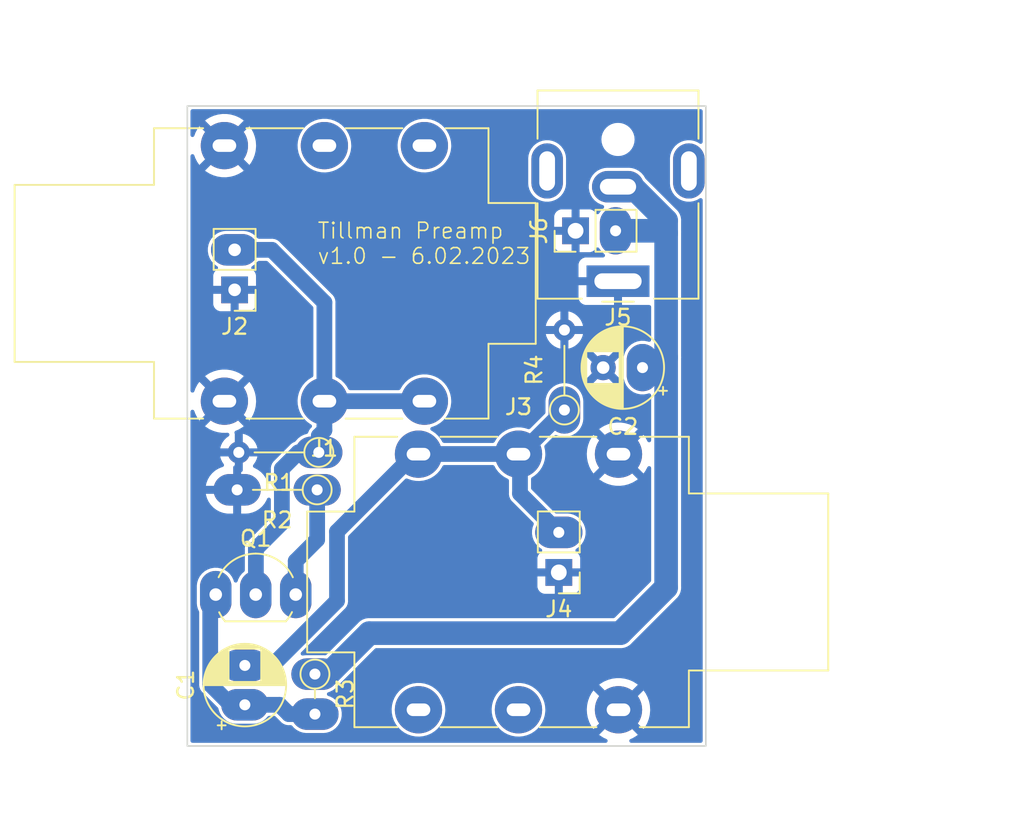
<source format=kicad_pcb>
(kicad_pcb (version 20211014) (generator pcbnew)
  (layers (0 "F.Cu" signal) (31 "B.Cu" signal) (34 "B.Paste" user) (35 "F.Paste" user) (36 "B.SilkS" user "B.Silkscreen") (37 "F.SilkS" user "F.Silkscreen") (38 "B.Mask" user) (39 "F.Mask" user) (44 "Edge.Cuts" user))
  (net 0 "")
  (net 1 "GND")
  (net 2 "+9V")
  (net 3 "Net-(C1-Pad1)")
  (net 4 "Net-(C1-Pad2)")
  (net 5 "Net-(J1-PadR)")
  (net 8 "Net-(Q1-Pad3)")
  (footprint "Connector_Audio:Jack_6.35mm_Neutrik_NMJ6HFD2-AU_Horizontal" (layer "F.Cu") (at 111.1504 99.7712 180)
    (fp_text reference "J1" (at 6.35 -3) (layer "F.SilkS"))
    (fp_text value "AudioJack3_Switch")
    (fp_line (start -4.07 3.645) (end -4.07 -1.105) (layer "F.SilkS") (width 0.12))
    (fp_line (start 17.17 2.495) (end 26.02 2.495) (layer "F.SilkS") (width 0.12))
    (fp_line (start -7.07 12.585) (end -4.07 12.585) (layer "F.SilkS") (width 0.12))
    (fp_line (start -4.07 17.335) (end -4.07 12.585) (layer "F.SilkS") (width 0.12))
    (fp_line (start -4.07 -1.105) (end -1.35 -1.105) (layer "F.SilkS") (width 0.12))
    (fp_line (start 17.17 17.335) (end 14.05 17.335) (layer "F.SilkS") (width 0.12))
    (fp_line (start 11.3 17.335) (end 7.7 17.335) (layer "F.SilkS") (width 0.12))
    (fp_line (start -7.07 3.645) (end -4.07 3.645) (layer "F.SilkS") (width 0.12))
    (fp_line (start 17.17 13.735) (end 26.02 13.735) (layer "F.SilkS") (width 0.12))
    (fp_line (start 17.17 17.335) (end 17.17 13.735) (layer "F.SilkS") (width 0.12))
    (fp_line (start 26.02 13.735) (end 26.02 2.495) (layer "F.SilkS") (width 0.12))
    (fp_line (start 7.7 -1.105) (end 11.3 -1.105) (layer "F.SilkS") (width 0.12))
    (fp_line (start -1.35 17.335) (end -4.07 17.335) (layer "F.SilkS") (width 0.12))
    (fp_line (start 17.17 2.495) (end 17.17 -1.105) (layer "F.SilkS") (width 0.12))
    (fp_line (start 17.17 -1.105) (end 14.05 -1.105) (layer "F.SilkS") (width 0.12))
    (fp_line (start 1.4 -1.105) (end 5 -1.105) (layer "F.SilkS") (width 0.12))
    (fp_line (start 5 17.335) (end 1.4 17.335) (layer "F.SilkS") (width 0.12))
    (fp_line (start -7.07 12.545) (end -7.07 3.645) (layer "F.SilkS") (width 0.12))
    (pad "R" thru_hole circle (at 6.35 0 180) (size 3 3) (drill oval 1.5 0.8) (layers *.Cu *.Mask) (net 5 "Net-(J1-PadR)"))
    (pad "RN" thru_hole circle (at 6.35 16.23 180) (size 3 3) (drill oval 1.5 0.8) (layers *.Cu *.Mask))
    (pad "S" thru_hole circle (at 12.7 0 180) (size 3 3) (drill oval 1.5 0.8) (layers *.Cu *.Mask) (net 1 "GND"))
    (pad "SN" thru_hole circle (at 12.7 16.23 180) (size 3 3) (drill oval 1.5 0.8) (layers *.Cu *.Mask) (net 1 "GND"))
    (pad "T" thru_hole circle (at 0 0 180) (size 3 3) (drill oval 1.5 0.8) (layers *.Cu *.Mask) (net 5 "Net-(J1-PadR)"))
    (pad "TN" thru_hole circle (at 0 16.23 180) (size 3 3) (drill oval 1.5 0.8) (layers *.Cu *.Mask))
  )
  (footprint "Connector_PinHeader_2.54mm:PinHeader_1x02_P2.54mm_Vertical" (layer "F.Cu") (at 120.75 88.95 90)
    (fp_text reference "J6" (at 0 -2.33 90) (layer "F.SilkS"))
    (fp_text value "9V")
    (fp_line (start -1.33 3.87) (end 1.33 3.87) (layer "F.SilkS") (width 0.12))
    (fp_line (start -1.33 0) (end -1.33 -1.33) (layer "F.SilkS") (width 0.12))
    (fp_line (start 1.33 1.27) (end 1.33 3.87) (layer "F.SilkS") (width 0.12))
    (fp_line (start -1.33 1.27) (end -1.33 3.87) (layer "F.SilkS") (width 0.12))
    (fp_line (start -1.33 -1.33) (end 0 -1.33) (layer "F.SilkS") (width 0.12))
    (fp_line (start -1.33 1.27) (end 1.33 1.27) (layer "F.SilkS") (width 0.12))
    (pad "1" thru_hole rect (at 0 0 90) (size 1.7 1.7) (drill 1) (layers *.Cu *.Mask) (net 1 "GND"))
    (pad "2" thru_hole oval (at 0 2.54 90) (size 3 2) (drill 0.7) (layers *.Cu *.Mask) (net 2 "+9V"))
  )
  (footprint "Resistor_THT:R_Axial_DIN0204_L3.6mm_D1.6mm_P2.54mm_Vertical" (layer "F.Cu") (at 104.2 117.1 -90)
    (fp_text reference "R3" (at 1.27 -1.92 -90) (layer "F.SilkS"))
    (fp_text value "6.8k")
    (fp_line (start 0.92 0) (end 1.54 0) (layer "F.SilkS") (width 0.12))
    (fp_circle (center 0 0) (end 0.92 0) (layer "F.SilkS") (width 0.12) (fill none))
    (pad "1" thru_hole oval (at 0 0) (size 3 2) (drill 0.7) (layers *.Cu *.Mask) (net 2 "+9V"))
    (pad "2" thru_hole oval (at 2.54 0) (size 3 2) (drill 0.7) (layers *.Cu *.Mask) (net 3 "Net-(C1-Pad1)"))
  )
  (footprint "Resistor_THT:R_Axial_DIN0204_L3.6mm_D1.6mm_P5.08mm_Vertical" (layer "F.Cu") (at 104.34 105.4 180)
    (fp_text reference "R2" (at 2.54 -1.92) (layer "F.SilkS"))
    (fp_text value "2k2")
    (fp_line (start 0.92 0) (end 4.08 0) (layer "F.SilkS") (width 0.12))
    (fp_circle (center 0 0) (end 0.92 0) (layer "F.SilkS") (width 0.12) (fill none))
    (pad "1" thru_hole oval (at 0 0 180) (size 3 2) (drill 0.7) (layers *.Cu *.Mask) (net 8 "Net-(Q1-Pad3)"))
    (pad "2" thru_hole oval (at 5.08 0 180) (size 3 2) (drill 0.7) (layers *.Cu *.Mask) (net 1 "GND"))
  )
  (footprint "Connector_BarrelJack:BarrelJack_CUI_PJ-063AH_Horizontal" (layer "F.Cu") (at 123.444 92.1512 180)
    (fp_text reference "J5" (at 0 -2.3) (layer "F.SilkS"))
    (fp_text value "Barrel_Jack")
    (fp_line (start 2.3 -1.11) (end 5.11 -1.11) (layer "F.SilkS") (width 0.12))
    (fp_line (start -5.11 12.11) (end -5.11 9.05) (layer "F.SilkS") (width 0.12))
    (fp_line (start 5.11 -1.11) (end 5.11 4.95) (layer "F.SilkS") (width 0.12))
    (fp_line (start 5.11 9.05) (end 5.11 12.11) (layer "F.SilkS") (width 0.12))
    (fp_line (start -5.11 -1.11) (end -2.3 -1.11) (layer "F.SilkS") (width 0.12))
    (fp_line (start -5.11 4.95) (end -5.11 -1.11) (layer "F.SilkS") (width 0.12))
    (fp_line (start -1 -1.3) (end 1 -1.3) (layer "F.SilkS") (width 0.12))
    (fp_line (start 5.11 12.11) (end -5.11 12.11) (layer "F.SilkS") (width 0.12))
    (pad "" np_thru_hole circle (at 0 9 180) (size 1.6 1.6) (drill 1.6) (layers *.Cu *.Mask))
    (pad "1" thru_hole rect (at 0 0 180) (size 4 2) (drill oval 3 1) (layers *.Cu *.Mask) (net 1 "GND"))
    (pad "2" thru_hole oval (at 0 6 180) (size 3.3 2) (drill oval 2.3 1) (layers *.Cu *.Mask) (net 2 "+9V"))
    (pad "MP" thru_hole oval (at -4.5 7 180) (size 2 3.5) (drill oval 1 2.5) (layers *.Cu *.Mask))
    (pad "MP" thru_hole oval (at 4.5 7 180) (size 2 3.5) (drill oval 1 2.5) (layers *.Cu *.Mask))
  )
  (footprint "Resistor_THT:R_Axial_DIN0204_L3.6mm_D1.6mm_P5.08mm_Vertical" (layer "F.Cu") (at 104.4448 103.0224 180)
    (fp_text reference "R1" (at 2.54 -1.92) (layer "F.SilkS"))
    (fp_text value "3M")
    (fp_line (start 0.92 0) (end 4.08 0) (layer "F.SilkS") (width 0.12))
    (fp_circle (center 0 0) (end 0.92 0) (layer "F.SilkS") (width 0.12) (fill none))
    (pad "1" thru_hole oval (at 0 0 180) (size 3 2) (drill 0.7) (layers *.Cu *.Mask) (net 5 "Net-(J1-PadR)"))
    (pad "2" thru_hole oval (at 5.08 0 180) (size 1.4 1.4) (drill 0.7) (layers *.Cu *.Mask) (net 1 "GND"))
  )
  (footprint "Capacitor_THT:CP_Radial_D5.0mm_P2.50mm" (layer "F.Cu") (at 99.75 119.05 90)
    (fp_text reference "C1" (at 1.25 -3.75 90) (layer "F.SilkS"))
    (fp_text value "4.7u")
    (fp_line (start 1.61 1.04) (end 1.61 2.556) (layer "F.SilkS") (width 0.12))
    (fp_line (start 3.331 1.04) (end 3.331 1.554) (layer "F.SilkS") (width 0.12))
    (fp_line (start 1.65 -2.55) (end 1.65 -1.04) (layer "F.SilkS") (width 0.12))
    (fp_line (start 3.691 -0.915) (end 3.691 0.915) (layer "F.SilkS") (width 0.12))
    (fp_line (start 1.89 1.04) (end 1.89 2.501) (layer "F.SilkS") (width 0.12))
    (fp_line (start 3.091 -1.826) (end 3.091 -1.04) (layer "F.SilkS") (width 0.12))
    (fp_line (start 1.69 -2.543) (end 1.69 -1.04) (layer "F.SilkS") (width 0.12))
    (fp_line (start 3.611 -1.098) (end 3.611 1.098) (layer "F.SilkS") (width 0.12))
    (fp_line (start 3.051 -1.864) (end 3.051 -1.04) (layer "F.SilkS") (width 0.12))
    (fp_line (start 1.69 1.04) (end 1.69 2.543) (layer "F.SilkS") (width 0.12))
    (fp_line (start 2.291 -2.365) (end 2.291 -1.04) (layer "F.SilkS") (width 0.12))
    (fp_line (start 2.491 -2.268) (end 2.491 -1.04) (layer "F.SilkS") (width 0.12))
    (fp_line (start 2.531 1.04) (end 2.531 2.247) (layer "F.SilkS") (width 0.12))
    (fp_line (start 1.85 -2.511) (end 1.85 -1.04) (layer "F.SilkS") (width 0.12))
    (fp_line (start 1.93 1.04) (end 1.93 2.491) (layer "F.SilkS") (width 0.12))
    (fp_line (start 2.211 -2.398) (end 2.211 -1.04) (layer "F.SilkS") (width 0.12))
    (fp_line (start 3.491 -1.319) (end 3.491 -1.04) (layer "F.SilkS") (width 0.12))
    (fp_line (start 3.171 -1.743) (end 3.171 -1.04) (layer "F.SilkS") (width 0.12))
    (fp_line (start 2.331 1.04) (end 2.331 2.348) (layer "F.SilkS") (width 0.12))
    (fp_line (start 2.051 -2.455) (end 2.051 -1.04) (layer "F.SilkS") (width 0.12))
    (fp_line (start 1.53 -2.565) (end 1.53 -1.04) (layer "F.SilkS") (width 0.12))
    (fp_line (start 1.81 1.04) (end 1.81 2.52) (layer "F.SilkS") (width 0.12))
    (fp_line (start 1.81 -2.52) (end 1.81 -1.04) (layer "F.SilkS") (width 0.12))
    (fp_line (start 1.37 -2.578) (end 1.37 2.578) (layer "F.SilkS") (width 0.12))
    (fp_line (start 1.57 1.04) (end 1.57 2.561) (layer "F.SilkS") (width 0.12))
    (fp_line (start 3.251 -1.653) (end 3.251 -1.04) (layer "F.SilkS") (width 0.12))
    (fp_line (start 2.771 1.04) (end 2.771 2.095) (layer "F.SilkS") (width 0.12))
    (fp_line (start 2.691 1.04) (end 2.691 2.149) (layer "F.SilkS") (width 0.12))
    (fp_line (start 2.291 1.04) (end 2.291 2.365) (layer "F.SilkS") (width 0.12))
    (fp_line (start 3.731 -0.805) (end 3.731 0.805) (layer "F.SilkS") (width 0.12))
    (fp_line (start 3.451 1.04) (end 3.451 1.383) (layer "F.SilkS") (width 0.12))
    (fp_line (start 2.211 1.04) (end 2.211 2.398) (layer "F.SilkS") (width 0.12))
    (fp_line (start 3.131 1.04) (end 3.131 1.785) (layer "F.SilkS") (width 0.12))
    (fp_line (start 1.89 -2.501) (end 1.89 -1.04) (layer "F.SilkS") (width 0.12))
    (fp_line (start 3.571 -1.178) (end 3.571 1.178) (layer "F.SilkS") (width 0.12))
    (fp_line (start 2.691 -2.149) (end 2.691 -1.04) (layer "F.SilkS") (width 0.12))
    (fp_line (start 2.811 1.04) (end 2.811 2.065) (layer "F.SilkS") (width 0.12))
    (fp_line (start 1.49 1.04) (end 1.49 2.569) (layer "F.SilkS") (width 0.12))
    (fp_line (start 2.131 1.04) (end 2.131 2.428) (layer "F.SilkS") (width 0.12))
    (fp_line (start 3.651 -1.011) (end 3.651 1.011) (layer "F.SilkS") (width 0.12))
    (fp_line (start 3.371 1.04) (end 3.371 1.5) (layer "F.SilkS") (width 0.12))
    (fp_line (start 1.49 -2.569) (end 1.49 -1.04) (layer "F.SilkS") (width 0.12))
    (fp_line (start -1.304775 -1.725) (end -1.304775 -1.225) (layer "F.SilkS") (width 0.12))
    (fp_line (start 3.171 1.04) (end 3.171 1.743) (layer "F.SilkS") (width 0.12))
    (fp_line (start 2.011 -2.468) (end 2.011 -1.04) (layer "F.SilkS") (width 0.12))
    (fp_line (start 3.331 -1.554) (end 3.331 -1.04) (layer "F.SilkS") (width 0.12))
    (fp_line (start 2.131 -2.428) (end 2.131 -1.04) (layer "F.SilkS") (width 0.12))
    (fp_line (start 2.731 -2.122) (end 2.731 -1.04) (layer "F.SilkS") (width 0.12))
    (fp_line (start 1.25 -2.58) (end 1.25 2.58) (layer "F.SilkS") (width 0.12))
    (fp_line (start 3.091 1.04) (end 3.091 1.826) (layer "F.SilkS") (width 0.12))
    (fp_line (start 2.931 -1.971) (end 2.931 -1.04) (layer "F.SilkS") (width 0.12))
    (fp_line (start 3.211 -1.699) (end 3.211 -1.04) (layer "F.SilkS") (width 0.12))
    (fp_line (start 1.77 -2.528) (end 1.77 -1.04) (layer "F.SilkS") (width 0.12))
    (fp_line (start -1.554775 -1.475) (end -1.054775 -1.475) (layer "F.SilkS") (width 0.12))
    (fp_line (start 2.371 1.04) (end 2.371 2.329) (layer "F.SilkS") (width 0.12))
    (fp_line (start 2.011 1.04) (end 2.011 2.468) (layer "F.SilkS") (width 0.12))
    (fp_line (start 2.971 1.04) (end 2.971 1.937) (layer "F.SilkS") (width 0.12))
    (fp_line (start 2.331 -2.348) (end 2.331 -1.04) (layer "F.SilkS") (width 0.12))
    (fp_line (start 1.45 -2.573) (end 1.45 2.573) (layer "F.SilkS") (width 0.12))
    (fp_line (start 2.491 1.04) (end 2.491 2.268) (layer "F.SilkS") (width 0.12))
    (fp_line (start 2.891 1.04) (end 2.891 2.004) (layer "F.SilkS") (width 0.12))
    (fp_line (start 3.011 -1.901) (end 3.011 -1.04) (layer "F.SilkS") (width 0.12))
    (fp_line (start 2.651 -2.175) (end 2.651 -1.04) (layer "F.SilkS") (width 0.12))
    (fp_line (start 2.451 1.04) (end 2.451 2.29) (layer "F.SilkS") (width 0.12))
    (fp_line (start 3.411 -1.443) (end 3.411 -1.04) (layer "F.SilkS") (width 0.12))
    (fp_line (start 2.091 -2.442) (end 2.091 -1.04) (layer "F.SilkS") (width 0.12))
    (fp_line (start 3.851 -0.284) (end 3.851 0.284) (layer "F.SilkS") (width 0.12))
    (fp_line (start 3.531 1.04) (end 3.531 1.251) (layer "F.SilkS") (width 0.12))
    (fp_line (start 2.091 1.04) (end 2.091 2.442) (layer "F.SilkS") (width 0.12))
    (fp_line (start 3.771 -0.677) (end 3.771 0.677) (layer "F.SilkS") (width 0.12))
    (fp_line (start 2.171 1.04) (end 2.171 2.414) (layer "F.SilkS") (width 0.12))
    (fp_line (start 2.371 -2.329) (end 2.371 -1.04) (layer "F.SilkS") (width 0.12))
    (fp_line (start 2.451 -2.29) (end 2.451 -1.04) (layer "F.SilkS") (width 0.12))
    (fp_line (start 2.771 -2.095) (end 2.771 -1.04) (layer "F.SilkS") (width 0.12))
    (fp_line (start 2.411 1.04) (end 2.411 2.31) (layer "F.SilkS") (width 0.12))
    (fp_line (start 3.051 1.04) (end 3.051 1.864) (layer "F.SilkS") (width 0.12))
    (fp_line (start 2.731 1.04) (end 2.731 2.122) (layer "F.SilkS") (width 0.12))
    (fp_line (start 2.051 1.04) (end 2.051 2.455) (layer "F.SilkS") (width 0.12))
    (fp_line (start 2.171 -2.414) (end 2.171 -1.04) (layer "F.SilkS") (width 0.12))
    (fp_line (start 2.571 1.04) (end 2.571 2.224) (layer "F.SilkS") (width 0.12))
    (fp_line (start 2.251 -2.382) (end 2.251 -1.04) (layer "F.SilkS") (width 0.12))
    (fp_line (start 1.33 -2.579) (end 1.33 2.579) (layer "F.SilkS") (width 0.12))
    (fp_line (start 3.811 -0.518) (end 3.811 0.518) (layer "F.SilkS") (width 0.12))
    (fp_line (start 2.531 -2.247) (end 2.531 -1.04) (layer "F.SilkS") (width 0.12))
    (fp_line (start 2.611 -2.2) (end 2.611 -1.04) (layer "F.SilkS") (width 0.12))
    (fp_line (start 1.65 1.04) (end 1.65 2.55) (layer "F.SilkS") (width 0.12))
    (fp_line (start 3.291 1.04) (end 3.291 1.605) (layer "F.SilkS") (width 0.12))
    (fp_line (start 1.73 -2.536) (end 1.73 -1.04) (layer "F.SilkS") (width 0.12))
    (fp_line (start 1.971 -2.48) (end 1.971 -1.04) (layer "F.SilkS") (width 0.12))
    (fp_line (start 2.811 -2.065) (end 2.811 -1.04) (layer "F.SilkS") (width 0.12))
    (fp_line (start 3.491 1.04) (end 3.491 1.319) (layer "F.SilkS") (width 0.12))
    (fp_line (start 1.41 -2.576) (end 1.41 2.576) (layer "F.SilkS") (width 0.12))
    (fp_line (start 1.971 1.04) (end 1.971 2.48) (layer "F.SilkS") (width 0.12))
    (fp_line (start 1.93 -2.491) (end 1.93 -1.04) (layer "F.SilkS") (width 0.12))
    (fp_line (start 3.451 -1.383) (end 3.451 -1.04) (layer "F.SilkS") (width 0.12))
    (fp_line (start 1.77 1.04) (end 1.77 2.528) (layer "F.SilkS") (width 0.12))
    (fp_line (start 3.291 -1.605) (end 3.291 -1.04) (layer "F.SilkS") (width 0.12))
    (fp_line (start 1.53 1.04) (end 1.53 2.565) (layer "F.SilkS") (width 0.12))
    (fp_line (start 2.851 -2.035) (end 2.851 -1.04) (layer "F.SilkS") (width 0.12))
    (fp_line (start 1.61 -2.556) (end 1.61 -1.04) (layer "F.SilkS") (width 0.12))
    (fp_line (start 1.85 1.04) (end 1.85 2.511) (layer "F.SilkS") (width 0.12))
    (fp_line (start 2.411 -2.31) (end 2.411 -1.04) (layer "F.SilkS") (width 0.12))
    (fp_line (start 3.411 1.04) (end 3.411 1.443) (layer "F.SilkS") (width 0.12))
    (fp_line (start 2.931 1.04) (end 2.931 1.971) (layer "F.SilkS") (width 0.12))
    (fp_line (start 3.251 1.04) (end 3.251 1.653) (layer "F.SilkS") (width 0.12))
    (fp_line (start 3.131 -1.785) (end 3.131 -1.04) (layer "F.SilkS") (width 0.12))
    (fp_line (start 2.851 1.04) (end 2.851 2.035) (layer "F.SilkS") (width 0.12))
    (fp_line (start 1.29 -2.58) (end 1.29 2.58) (layer "F.SilkS") (width 0.12))
    (fp_line (start 2.651 1.04) (end 2.651 2.175) (layer "F.SilkS") (width 0.12))
    (fp_line (start 2.611 1.04) (end 2.611 2.2) (layer "F.SilkS") (width 0.12))
    (fp_line (start 1.57 -2.561) (end 1.57 -1.04) (layer "F.SilkS") (width 0.12))
    (fp_line (start 1.73 1.04) (end 1.73 2.536) (layer "F.SilkS") (width 0.12))
    (fp_line (start 2.971 -1.937) (end 2.971 -1.04) (layer "F.SilkS") (width 0.12))
    (fp_line (start 2.251 1.04) (end 2.251 2.382) (layer "F.SilkS") (width 0.12))
    (fp_line (start 2.891 -2.004) (end 2.891 -1.04) (layer "F.SilkS") (width 0.12))
    (fp_line (start 3.011 1.04) (end 3.011 1.901) (layer "F.SilkS") (width 0.12))
    (fp_line (start 3.211 1.04) (end 3.211 1.699) (layer "F.SilkS") (width 0.12))
    (fp_line (start 3.371 -1.5) (end 3.371 -1.04) (layer "F.SilkS") (width 0.12))
    (fp_line (start 2.571 -2.224) (end 2.571 -1.04) (layer "F.SilkS") (width 0.12))
    (fp_line (start 3.531 -1.251) (end 3.531 -1.04) (layer "F.SilkS") (width 0.12))
    (fp_circle (center 1.25 0) (end 3.87 0) (layer "F.SilkS") (width 0.12) (fill none))
    (pad "1" thru_hole oval (at 0 0 180) (size 3 2) (drill 0.7) (layers *.Cu *.Mask) (net 3 "Net-(C1-Pad1)"))
    (pad "2" thru_hole oval (at 2.5 0 180) (size 3 2) (drill 0.7) (layers *.Cu *.Mask) (net 4 "Net-(C1-Pad2)"))
  )
  (footprint "Resistor_THT:R_Axial_DIN0204_L3.6mm_D1.6mm_P5.08mm_Vertical" (layer "F.Cu") (at 120.0404 100.33 90)
    (fp_text reference "R4" (at 2.54 -1.92 90) (layer "F.SilkS"))
    (fp_text value "51k")
    (fp_line (start 0.92 0) (end 4.08 0) (layer "F.SilkS") (width 0.12))
    (fp_circle (center 0 0) (end 0.92 0) (layer "F.SilkS") (width 0.12) (fill none))
    (pad "1" thru_hole oval (at 0 0 90) (size 3 2) (drill 0.7) (layers *.Cu *.Mask) (net 4 "Net-(C1-Pad2)"))
    (pad "2" thru_hole oval (at 5.08 0 90) (size 1.4 1.4) (drill 0.7) (layers *.Cu *.Mask) (net 1 "GND"))
  )
  (footprint "Connector_PinHeader_2.54mm:PinHeader_1x02_P2.54mm_Vertical" (layer "F.Cu") (at 119.6848 110.6424 180)
    (fp_text reference "J4" (at 0 -2.33) (layer "F.SilkS"))
    (fp_text value "Output Signal")
    (fp_line (start -1.33 0) (end -1.33 -1.33) (layer "F.SilkS") (width 0.12))
    (fp_line (start 1.33 1.27) (end 1.33 3.87) (layer "F.SilkS") (width 0.12))
    (fp_line (start -1.33 -1.33) (end 0 -1.33) (layer "F.SilkS") (width 0.12))
    (fp_line (start -1.33 3.87) (end 1.33 3.87) (layer "F.SilkS") (width 0.12))
    (fp_line (start -1.33 1.27) (end -1.33 3.87) (layer "F.SilkS") (width 0.12))
    (fp_line (start -1.33 1.27) (end 1.33 1.27) (layer "F.SilkS") (width 0.12))
    (pad "1" thru_hole rect (at 0 0 180) (size 1.7 1.7) (drill 1) (layers *.Cu *.Mask) (net 1 "GND"))
    (pad "2" thru_hole oval (at 0 2.54 180) (size 3 2) (drill 0.7) (layers *.Cu *.Mask) (net 4 "Net-(C1-Pad2)"))
  )
  (footprint "Capacitor_THT:CP_Radial_D5.0mm_P2.50mm" (layer "F.Cu") (at 125 97.6376 180)
    (fp_text reference "C2" (at 1.25 -3.75 180) (layer "F.SilkS"))
    (fp_text value "10u")
    (fp_line (start 1.81 -2.52) (end 1.81 -1.04) (layer "F.SilkS") (width 0.12))
    (fp_line (start 3.011 -1.901) (end 3.011 -1.04) (layer "F.SilkS") (width 0.12))
    (fp_line (start 2.651 1.04) (end 2.651 2.175) (layer "F.SilkS") (width 0.12))
    (fp_line (start 2.971 1.04) (end 2.971 1.937) (layer "F.SilkS") (width 0.12))
    (fp_line (start 1.37 -2.578) (end 1.37 2.578) (layer "F.SilkS") (width 0.12))
    (fp_line (start 2.131 1.04) (end 2.131 2.428) (layer "F.SilkS") (width 0.12))
    (fp_line (start 3.291 -1.605) (end 3.291 -1.04) (layer "F.SilkS") (width 0.12))
    (fp_line (start 3.211 1.04) (end 3.211 1.699) (layer "F.SilkS") (width 0.12))
    (fp_line (start 3.091 1.04) (end 3.091 1.826) (layer "F.SilkS") (width 0.12))
    (fp_line (start 3.371 1.04) (end 3.371 1.5) (layer "F.SilkS") (width 0.12))
    (fp_line (start 2.891 1.04) (end 2.891 2.004) (layer "F.SilkS") (width 0.12))
    (fp_line (start 2.851 1.04) (end 2.851 2.035) (layer "F.SilkS") (width 0.12))
    (fp_line (start 2.211 -2.398) (end 2.211 -1.04) (layer "F.SilkS") (width 0.12))
    (fp_line (start 3.211 -1.699) (end 3.211 -1.04) (layer "F.SilkS") (width 0.12))
    (fp_line (start 3.691 -0.915) (end 3.691 0.915) (layer "F.SilkS") (width 0.12))
    (fp_line (start 3.331 -1.554) (end 3.331 -1.04) (layer "F.SilkS") (width 0.12))
    (fp_line (start -1.554775 -1.475) (end -1.054775 -1.475) (layer "F.SilkS") (width 0.12))
    (fp_line (start 3.051 1.04) (end 3.051 1.864) (layer "F.SilkS") (width 0.12))
    (fp_line (start 1.49 -2.569) (end 1.49 -1.04) (layer "F.SilkS") (width 0.12))
    (fp_line (start 1.81 1.04) (end 1.81 2.52) (layer "F.SilkS") (width 0.12))
    (fp_line (start 2.531 -2.247) (end 2.531 -1.04) (layer "F.SilkS") (width 0.12))
    (fp_line (start 1.25 -2.58) (end 1.25 2.58) (layer "F.SilkS") (width 0.12))
    (fp_line (start 2.011 -2.468) (end 2.011 -1.04) (layer "F.SilkS") (width 0.12))
    (fp_line (start 1.73 -2.536) (end 1.73 -1.04) (layer "F.SilkS") (width 0.12))
    (fp_line (start 1.69 -2.543) (end 1.69 -1.04) (layer "F.SilkS") (width 0.12))
    (fp_line (start 2.331 1.04) (end 2.331 2.348) (layer "F.SilkS") (width 0.12))
    (fp_line (start 2.771 1.04) (end 2.771 2.095) (layer "F.SilkS") (width 0.12))
    (fp_line (start 3.251 -1.653) (end 3.251 -1.04) (layer "F.SilkS") (width 0.12))
    (fp_line (start 3.331 1.04) (end 3.331 1.554) (layer "F.SilkS") (width 0.12))
    (fp_line (start 3.731 -0.805) (end 3.731 0.805) (layer "F.SilkS") (width 0.12))
    (fp_line (start 3.611 -1.098) (end 3.611 1.098) (layer "F.SilkS") (width 0.12))
    (fp_line (start 3.851 -0.284) (end 3.851 0.284) (layer "F.SilkS") (width 0.12))
    (fp_line (start 2.091 1.04) (end 2.091 2.442) (layer "F.SilkS") (width 0.12))
    (fp_line (start 1.77 -2.528) (end 1.77 -1.04) (layer "F.SilkS") (width 0.12))
    (fp_line (start 2.611 -2.2) (end 2.611 -1.04) (layer "F.SilkS") (width 0.12))
    (fp_line (start 2.411 1.04) (end 2.411 2.31) (layer "F.SilkS") (width 0.12))
    (fp_line (start 2.931 -1.971) (end 2.931 -1.04) (layer "F.SilkS") (width 0.12))
    (fp_line (start 1.89 1.04) (end 1.89 2.501) (layer "F.SilkS") (width 0.12))
    (fp_line (start -1.304775 -1.725) (end -1.304775 -1.225) (layer "F.SilkS") (width 0.12))
    (fp_line (start 2.171 1.04) (end 2.171 2.414) (layer "F.SilkS") (width 0.12))
    (fp_line (start 2.251 1.04) (end 2.251 2.382) (layer "F.SilkS") (width 0.12))
    (fp_line (start 2.451 1.04) (end 2.451 2.29) (layer "F.SilkS") (width 0.12))
    (fp_line (start 3.451 1.04) (end 3.451 1.383) (layer "F.SilkS") (width 0.12))
    (fp_line (start 1.85 1.04) (end 1.85 2.511) (layer "F.SilkS") (width 0.12))
    (fp_line (start 3.131 -1.785) (end 3.131 -1.04) (layer "F.SilkS") (width 0.12))
    (fp_line (start 1.57 1.04) (end 1.57 2.561) (layer "F.SilkS") (width 0.12))
    (fp_line (start 1.65 -2.55) (end 1.65 -1.04) (layer "F.SilkS") (width 0.12))
    (fp_line (start 1.49 1.04) (end 1.49 2.569) (layer "F.SilkS") (width 0.12))
    (fp_line (start 2.811 1.04) (end 2.811 2.065) (layer "F.SilkS") (width 0.12))
    (fp_line (start 2.731 1.04) (end 2.731 2.122) (layer "F.SilkS") (width 0.12))
    (fp_line (start 3.131 1.04) (end 3.131 1.785) (layer "F.SilkS") (width 0.12))
    (fp_line (start 2.291 -2.365) (end 2.291 -1.04) (layer "F.SilkS") (width 0.12))
    (fp_line (start 2.331 -2.348) (end 2.331 -1.04) (layer "F.SilkS") (width 0.12))
    (fp_line (start 2.211 1.04) (end 2.211 2.398) (layer "F.SilkS") (width 0.12))
    (fp_line (start 2.411 -2.31) (end 2.411 -1.04) (layer "F.SilkS") (width 0.12))
    (fp_line (start 2.611 1.04) (end 2.611 2.2) (layer "F.SilkS") (width 0.12))
    (fp_line (start 2.931 1.04) (end 2.931 1.971) (layer "F.SilkS") (width 0.12))
    (fp_line (start 3.371 -1.5) (end 3.371 -1.04) (layer "F.SilkS") (width 0.12))
    (fp_line (start 1.73 1.04) (end 1.73 2.536) (layer "F.SilkS") (width 0.12))
    (fp_line (start 2.011 1.04) (end 2.011 2.468) (layer "F.SilkS") (width 0.12))
    (fp_line (start 1.53 -2.565) (end 1.53 -1.04) (layer "F.SilkS") (width 0.12))
    (fp_line (start 3.771 -0.677) (end 3.771 0.677) (layer "F.SilkS") (width 0.12))
    (fp_line (start 2.771 -2.095) (end 2.771 -1.04) (layer "F.SilkS") (width 0.12))
    (fp_line (start 2.371 1.04) (end 2.371 2.329) (layer "F.SilkS") (width 0.12))
    (fp_line (start 1.41 -2.576) (end 1.41 2.576) (layer "F.SilkS") (width 0.12))
    (fp_line (start 3.531 1.04) (end 3.531 1.251) (layer "F.SilkS") (width 0.12))
    (fp_line (start 3.291 1.04) (end 3.291 1.605) (layer "F.SilkS") (width 0.12))
    (fp_line (start 3.811 -0.518) (end 3.811 0.518) (layer "F.SilkS") (width 0.12))
    (fp_line (start 3.411 1.04) (end 3.411 1.443) (layer "F.SilkS") (width 0.12))
    (fp_line (start 2.051 1.04) (end 2.051 2.455) (layer "F.SilkS") (width 0.12))
    (fp_line (start 1.57 -2.561) (end 1.57 -1.04) (layer "F.SilkS") (width 0.12))
    (fp_line (start 2.371 -2.329) (end 2.371 -1.04) (layer "F.SilkS") (width 0.12))
    (fp_line (start 1.45 -2.573) (end 1.45 2.573) (layer "F.SilkS") (width 0.12))
    (fp_line (start 2.651 -2.175) (end 2.651 -1.04) (layer "F.SilkS") (width 0.12))
    (fp_line (start 3.651 -1.011) (end 3.651 1.011) (layer "F.SilkS") (width 0.12))
    (fp_line (start 3.491 1.04) (end 3.491 1.319) (layer "F.SilkS") (width 0.12))
    (fp_line (start 1.971 1.04) (end 1.971 2.48) (layer "F.SilkS") (width 0.12))
    (fp_line (start 3.051 -1.864) (end 3.051 -1.04) (layer "F.SilkS") (width 0.12))
    (fp_line (start 1.93 -2.491) (end 1.93 -1.04) (layer "F.SilkS") (width 0.12))
    (fp_line (start 1.89 -2.501) (end 1.89 -1.04) (layer "F.SilkS") (width 0.12))
    (fp_line (start 1.93 1.04) (end 1.93 2.491) (layer "F.SilkS") (width 0.12))
    (fp_line (start 1.65 1.04) (end 1.65 2.55) (layer "F.SilkS") (width 0.12))
    (fp_line (start 2.691 -2.149) (end 2.691 -1.04) (layer "F.SilkS") (width 0.12))
    (fp_line (start 2.251 -2.382) (end 2.251 -1.04) (layer "F.SilkS") (width 0.12))
    (fp_line (start 3.251 1.04) (end 3.251 1.653) (layer "F.SilkS") (width 0.12))
    (fp_line (start 2.491 1.04) (end 2.491 2.268) (layer "F.SilkS") (width 0.12))
    (fp_line (start 2.851 -2.035) (end 2.851 -1.04) (layer "F.SilkS") (width 0.12))
    (fp_line (start 2.571 -2.224) (end 2.571 -1.04) (layer "F.SilkS") (width 0.12))
    (fp_line (start 2.491 -2.268) (end 2.491 -1.04) (layer "F.SilkS") (width 0.12))
    (fp_line (start 2.091 -2.442) (end 2.091 -1.04) (layer "F.SilkS") (width 0.12))
    (fp_line (start 2.451 -2.29) (end 2.451 -1.04) (layer "F.SilkS") (width 0.12))
    (fp_line (start 2.811 -2.065) (end 2.811 -1.04) (layer "F.SilkS") (width 0.12))
    (fp_line (start 2.731 -2.122) (end 2.731 -1.04) (layer "F.SilkS") (width 0.12))
    (fp_line (start 1.85 -2.511) (end 1.85 -1.04) (layer "F.SilkS") (width 0.12))
    (fp_line (start 3.451 -1.383) (end 3.451 -1.04) (layer "F.SilkS") (width 0.12))
    (fp_line (start 2.291 1.04) (end 2.291 2.365) (layer "F.SilkS") (width 0.12))
    (fp_line (start 2.051 -2.455) (end 2.051 -1.04) (layer "F.SilkS") (width 0.12))
    (fp_line (start 1.69 1.04) (end 1.69 2.543) (layer "F.SilkS") (width 0.12))
    (fp_line (start 3.491 -1.319) (end 3.491 -1.04) (layer "F.SilkS") (width 0.12))
    (fp_line (start 1.61 1.04) (end 1.61 2.556) (layer "F.SilkS") (width 0.12))
    (fp_line (start 2.131 -2.428) (end 2.131 -1.04) (layer "F.SilkS") (width 0.12))
    (fp_line (start 1.971 -2.48) (end 1.971 -1.04) (layer "F.SilkS") (width 0.12))
    (fp_line (start 3.091 -1.826) (end 3.091 -1.04) (layer "F.SilkS") (width 0.12))
    (fp_line (start 3.171 1.04) (end 3.171 1.743) (layer "F.SilkS") (width 0.12))
    (fp_line (start 3.531 -1.251) (end 3.531 -1.04) (layer "F.SilkS") (width 0.12))
    (fp_line (start 2.891 -2.004) (end 2.891 -1.04) (layer "F.SilkS") (width 0.12))
    (fp_line (start 2.531 1.04) (end 2.531 2.247) (layer "F.SilkS") (width 0.12))
    (fp_line (start 1.61 -2.556) (end 1.61 -1.04) (layer "F.SilkS") (width 0.12))
    (fp_line (start 3.011 1.04) (end 3.011 1.901) (layer "F.SilkS") (width 0.12))
    (fp_line (start 2.971 -1.937) (end 2.971 -1.04) (layer "F.SilkS") (width 0.12))
    (fp_line (start 1.53 1.04) (end 1.53 2.565) (layer "F.SilkS") (width 0.12))
    (fp_line (start 3.411 -1.443) (end 3.411 -1.04) (layer "F.SilkS") (width 0.12))
    (fp_line (start 2.691 1.04) (end 2.691 2.149) (layer "F.SilkS") (width 0.12))
    (fp_line (start 3.571 -1.178) (end 3.571 1.178) (layer "F.SilkS") (width 0.12))
    (fp_line (start 1.77 1.04) (end 1.77 2.528) (layer "F.SilkS") (width 0.12))
    (fp_line (start 2.571 1.04) (end 2.571 2.224) (layer "F.SilkS") (width 0.12))
    (fp_line (start 1.29 -2.58) (end 1.29 2.58) (layer "F.SilkS") (width 0.12))
    (fp_line (start 1.33 -2.579) (end 1.33 2.579) (layer "F.SilkS") (width 0.12))
    (fp_line (start 3.171 -1.743) (end 3.171 -1.04) (layer "F.SilkS") (width 0.12))
    (fp_line (start 2.171 -2.414) (end 2.171 -1.04) (layer "F.SilkS") (width 0.12))
    (fp_circle (center 1.25 0) (end 3.87 0) (layer "F.SilkS") (width 0.12) (fill none))
    (pad "1" thru_hole oval (at 0 0 270) (size 3 2) (drill 0.7) (layers *.Cu *.Mask) (net 2 "+9V"))
    (pad "2" thru_hole circle (at 2.5 0 180) (size 1.6 1.6) (drill 0.8) (layers *.Cu *.Mask) (net 1 "GND"))
  )
  (footprint "Package_TO_SOT_THT:TO-92L_Inline_Wide" (layer "F.Cu") (at 97.9 112.05)
    (fp_text reference "Q1" (at 2.54 -3.56) (layer "F.SilkS"))
    (fp_text value "Q_NJFET_DGS")
    (fp_line (start 0.6 1.7) (end 4.45 1.7) (layer "F.SilkS") (width 0.12))
    (fp_arc (start 0.1836 -1.098807) (mid 1.143021 -2.192817) (end 2.54 -2.6) (layer "F.SilkS") (width 0.12))
    (fp_arc (start 4.842383 1.112264) (mid 4.666594 1.419753) (end 4.45 1.7) (layer "F.SilkS") (width 0.12))
    (fp_arc (start 2.54 -2.6) (mid 3.936979 -2.192818) (end 4.8964 -1.098807) (layer "F.SilkS") (width 0.12))
    (fp_arc (start 0.6 1.7) (mid 0.389183 1.423933) (end 0.217369 1.122045) (layer "F.SilkS") (width 0.12))
    (pad "1" thru_hole oval (at 0 0 90) (size 3 2) (drill 0.8) (layers *.Cu *.Mask) (net 3 "Net-(C1-Pad1)"))
    (pad "2" thru_hole oval (at 2.54 0 90) (size 3 2) (drill 0.8) (layers *.Cu *.Mask) (net 5 "Net-(J1-PadR)"))
    (pad "3" thru_hole oval (at 5.08 0 90) (size 3 2) (drill 0.8) (layers *.Cu *.Mask) (net 8 "Net-(Q1-Pad3)"))
  )
  (footprint "Connector_Audio:Jack_6.35mm_Neutrik_NMJ6HFD2-AU_Horizontal" (layer "F.Cu") (at 110.775 103.135)
    (fp_text reference "J3" (at 6.35 -3) (layer "F.SilkS"))
    (fp_text value "AudioJack3_Switch")
    (fp_line (start -4.07 3.645) (end -4.07 -1.105) (layer "F.SilkS") (width 0.12))
    (fp_line (start 17.17 2.495) (end 26.02 2.495) (layer "F.SilkS") (width 0.12))
    (fp_line (start -7.07 12.585) (end -4.07 12.585) (layer "F.SilkS") (width 0.12))
    (fp_line (start -4.07 17.335) (end -4.07 12.585) (layer "F.SilkS") (width 0.12))
    (fp_line (start -4.07 -1.105) (end -1.35 -1.105) (layer "F.SilkS") (width 0.12))
    (fp_line (start 17.17 17.335) (end 14.05 17.335) (layer "F.SilkS") (width 0.12))
    (fp_line (start 11.3 17.335) (end 7.7 17.335) (layer "F.SilkS") (width 0.12))
    (fp_line (start -7.07 3.645) (end -4.07 3.645) (layer "F.SilkS") (width 0.12))
    (fp_line (start 17.17 13.735) (end 26.02 13.735) (layer "F.SilkS") (width 0.12))
    (fp_line (start 17.17 17.335) (end 17.17 13.735) (layer "F.SilkS") (width 0.12))
    (fp_line (start 26.02 13.735) (end 26.02 2.495) (layer "F.SilkS") (width 0.12))
    (fp_line (start 7.7 -1.105) (end 11.3 -1.105) (layer "F.SilkS") (width 0.12))
    (fp_line (start -1.35 17.335) (end -4.07 17.335) (layer "F.SilkS") (width 0.12))
    (fp_line (start 17.17 2.495) (end 17.17 -1.105) (layer "F.SilkS") (width 0.12))
    (fp_line (start 17.17 -1.105) (end 14.05 -1.105) (layer "F.SilkS") (width 0.12))
    (fp_line (start 1.4 -1.105) (end 5 -1.105) (layer "F.SilkS") (width 0.12))
    (fp_line (start 5 17.335) (end 1.4 17.335) (layer "F.SilkS") (width 0.12))
    (fp_line (start -7.07 12.545) (end -7.07 3.645) (layer "F.SilkS") (width 0.12))
    (pad "R" thru_hole circle (at 6.35 0) (size 3 3) (drill oval 1.5 0.8) (layers *.Cu *.Mask) (net 4 "Net-(C1-Pad2)"))
    (pad "RN" thru_hole circle (at 6.35 16.23) (size 3 3) (drill oval 1.5 0.8) (layers *.Cu *.Mask))
    (pad "S" thru_hole circle (at 12.7 0) (size 3 3) (drill oval 1.5 0.8) (layers *.Cu *.Mask) (net 1 "GND"))
    (pad "SN" thru_hole circle (at 12.7 16.23) (size 3 3) (drill oval 1.5 0.8) (layers *.Cu *.Mask) (net 1 "GND"))
    (pad "T" thru_hole circle (at 0 0) (size 3 3) (drill oval 1.5 0.8) (layers *.Cu *.Mask) (net 4 "Net-(C1-Pad2)"))
    (pad "TN" thru_hole circle (at 0 16.23) (size 3 3) (drill oval 1.5 0.8) (layers *.Cu *.Mask))
  )
  (footprint "Connector_PinHeader_2.54mm:PinHeader_1x02_P2.54mm_Vertical" (layer "F.Cu") (at 99.1 92.7 180)
    (fp_text reference "J2" (at 0 -2.33) (layer "F.SilkS"))
    (fp_text value "Input Signal")
    (fp_line (start -1.33 1.27) (end -1.33 3.87) (layer "F.SilkS") (width 0.12))
    (fp_line (start 1.33 1.27) (end 1.33 3.87) (layer "F.SilkS") (width 0.12))
    (fp_line (start -1.33 1.27) (end 1.33 1.27) (layer "F.SilkS") (width 0.12))
    (fp_line (start -1.33 3.87) (end 1.33 3.87) (layer "F.SilkS") (width 0.12))
    (fp_line (start -1.33 -1.33) (end 0 -1.33) (layer "F.SilkS") (width 0.12))
    (fp_line (start -1.33 0) (end -1.33 -1.33) (layer "F.SilkS") (width 0.12))
    (pad "1" thru_hole rect (at 0 0 180) (size 1.7 1.7) (drill 0.8) (layers *.Cu *.Mask) (net 1 "GND"))
    (pad "2" thru_hole oval (at 0 2.54 180) (size 3 2) (drill 0.8) (layers *.Cu *.Mask) (net 5 "Net-(J1-PadR)"))
  )
  (gr_rect (start 96.096 81.026) (end 129.0226 121.666) (layer "Edge.Cuts") (width 0.1) (fill none))
  (gr_text "Tillman Preamp\nv1.0 - 6.02.2023" (at 104.3 89.75) (layer "F.SilkS") (effects (font (size 1 1) (thickness 0.1)) (justify left)))
  (segment (start 126.5 97) (end 126.5 89.1) (width 1.5) (layer "B.Cu") (net 2))
  (segment (start 124.3512 86.1512) (end 123.444 86.1512) (width 1.5) (layer "B.Cu") (net 2))
  (segment (start 105.05 117.1) (end 107.65 114.5) (width 1.5) (layer "B.Cu") (net 2))
  (segment (start 126.5 89.1) (end 126.5 88.3) (width 1.5) (layer "B.Cu") (net 2))
  (segment (start 123.29 88.95) (end 126.35 88.95) (width 1.5) (layer "B.Cu") (net 2))
  (segment (start 125 97.6376) (end 125.8624 97.6376) (width 1.5) (layer "B.Cu") (net 2))
  (segment (start 123.6 114.5) (end 126.5 111.6) (width 1.5) (layer "B.Cu") (net 2))
  (segment (start 125.8624 97.6376) (end 126.5 97) (width 1.5) (layer "B.Cu") (net 2))
  (segment (start 107.65 114.5) (end 123.6 114.5) (width 1.5) (layer "B.Cu") (net 2))
  (segment (start 126.35 88.95) (end 126.5 89.1) (width 1.5) (layer "B.Cu") (net 2))
  (segment (start 126.5 88.3) (end 124.3512 86.1512) (width 1.5) (layer "B.Cu") (net 2))
  (segment (start 126.5 111.6) (end 126.5 97) (width 1.5) (layer "B.Cu") (net 2))
  (segment (start 104.2 117.1) (end 105.05 117.1) (width 1.5) (layer "B.Cu") (net 2))
  (segment (start 97.55 117.75) (end 97.55 112.4) (width 1) (layer "B.Cu") (net 3))
  (segment (start 102.54 119.64) (end 101.95 119.05) (width 1) (layer "B.Cu") (net 3))
  (segment (start 98.85 119.05) (end 97.55 117.75) (width 1) (layer "B.Cu") (net 3))
  (segment (start 104.2 119.64) (end 102.54 119.64) (width 1) (layer "B.Cu") (net 3))
  (segment (start 101.95 119.05) (end 99.75 119.05) (width 1) (layer "B.Cu") (net 3))
  (segment (start 99.75 119.05) (end 98.85 119.05) (width 1) (layer "B.Cu") (net 3))
  (segment (start 97.55 112.4) (end 97.9 112.05) (width 1) (layer "B.Cu") (net 3))
  (segment (start 117.221 103.124) (end 117.221 105.6386) (width 1) (layer "B.Cu") (net 4))
  (segment (start 117.221 105.6386) (end 119.6848 108.1024) (width 1) (layer "B.Cu") (net 4))
  (segment (start 110.526 103.124) (end 117.221 103.124) (width 1) (layer "B.Cu") (net 4))
  (segment (start 99.75 116.55) (end 101.5 116.55) (width 1) (layer "B.Cu") (net 4))
  (segment (start 105.6 112.45) (end 105.6 108.05) (width 1) (layer "B.Cu") (net 4))
  (segment (start 101.5 116.55) (end 105.6 112.45) (width 1) (layer "B.Cu") (net 4))
  (segment (start 117.221 103.124) (end 117.2464 103.124) (width 1) (layer "B.Cu") (net 4))
  (segment (start 117.2464 103.124) (end 120.0404 100.33) (width 1) (layer "B.Cu") (net 4))
  (segment (start 110.775 103.135) (end 117.125 103.135) (width 0.8) (layer "B.Cu") (net 4))
  (segment (start 105.6 108.05) (end 110.526 103.124) (width 1) (layer "B.Cu") (net 4))
  (segment (start 100.44 112.05) (end 100.45 112.04) (width 1) (layer "B.Cu") (net 5))
  (segment (start 103.1448 103.0224) (end 104.4448 103.0224) (width 1) (layer "B.Cu") (net 5))
  (segment (start 102.1 104.0672) (end 103.1448 103.0224) (width 1) (layer "B.Cu") (net 5))
  (segment (start 100.45 109.15) (end 102.1 107.5) (width 1) (layer "B.Cu") (net 5))
  (segment (start 102.1 107.5) (end 102.1 104.0672) (width 1) (layer "B.Cu") (net 5))
  (segment (start 104.8004 99.7712) (end 111.1504 99.7712) (width 1) (layer "B.Cu") (net 5))
  (segment (start 101.46 90.16) (end 104.8004 93.5004) (width 1) (layer "B.Cu") (net 5))
  (segment (start 104.4448 103.0224) (end 104.4448 101.9688) (width 1) (layer "B.Cu") (net 5))
  (segment (start 104.8004 101.6132) (end 104.8004 99.7712) (width 1) (layer "B.Cu") (net 5))
  (segment (start 99.1 90.16) (end 101.46 90.16) (width 1) (layer "B.Cu") (net 5))
  (segment (start 104.4448 101.9688) (end 104.8004 101.6132) (width 1) (layer "B.Cu") (net 5))
  (segment (start 104.8004 93.5004) (end 104.8004 99.7712) (width 1) (layer "B.Cu") (net 5))
  (segment (start 100.45 112.04) (end 100.45 109.15) (width 1) (layer "B.Cu") (net 5))
  (segment (start 102.98 109.92) (end 104.34 108.56) (width 1) (layer "B.Cu") (net 8))
  (segment (start 104.34 108.56) (end 104.34 105.4) (width 1) (layer "B.Cu") (net 8))
  (segment (start 102.98 112.05) (end 102.98 109.92) (width 1) (layer "B.Cu") (net 8))
  (zone (net 1) (net_name "GND") (layer "B.Cu") (connect_pads (clearance 0.2)) (min_thickness 0.254) (fill yes (thermal_gap 0.508) (thermal_bridge_width 0.508))
    (polygon (pts (xy 149.225 127.508) (xy 84.201 127.508) (xy 84.201 74.295) (xy 149.225 74.295)))
  )
)
</source>
